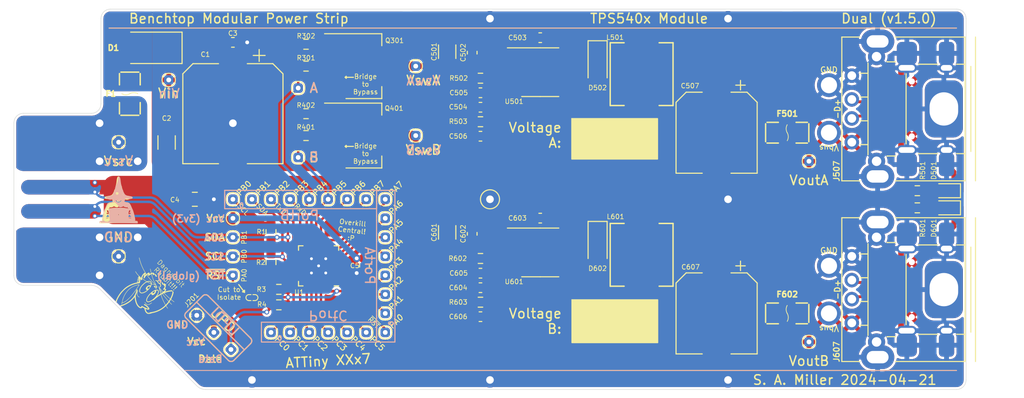
<source format=kicad_pcb>
(kicad_pcb (version 20211014) (generator pcbnew)
  (title_block (title "Benchtop Modular Power Strip") (date "2024-04-21") (rev "1.5.0") (company "S. A. Miller") (comment 1 "TPS540x Module") (comment 2 "Dual"))
  (layers (0 "F.Cu" signal) (31 "B.Cu" signal) (34 "B.Paste" user) (35 "F.Paste" user) (36 "B.SilkS" user "B.Silkscreen") (37 "F.SilkS" user "F.Silkscreen") (38 "B.Mask" user) (39 "F.Mask" user) (44 "Edge.Cuts" user))
  (net 0 "")
  (net 1 "GND")
  (net 2 "~{RESET}")
  (net 3 "Dat0")
  (net 4 "PA4")
  (net 5 "PA5")
  (net 6 "PA6")
  (net 7 "PA7")
  (net 8 "PB2")
  (net 9 "PB3")
  (net 10 "PA1")
  (net 11 "PA2")
  (net 12 "PA3")
  (net 13 "PB0")
  (net 14 "PB1")
  (net 15 "PB4")
  (net 16 "PB5")
  (net 17 "PB6")
  (net 18 "PB7")
  (net 19 "PC2")
  (net 20 "PC3")
  (net 21 "PC4")
  (net 22 "PC5")
  (net 23 "Vsrc")
  (net 24 "Vin")
  (net 25 "/Source Power Rail/Vprot")
  (net 26 "PA0")
  (net 27 "I2C-Vcc")
  (net 28 "PC0")
  (net 29 "PC1")
  (net 30 "Net-(Q301-Pad1)")
  (net 31 "VswA")
  (net 32 "Net-(Q401-Pad1)")
  (net 33 "VswB")
  (net 34 "/TPS540x-A/BOOT A")
  (net 35 "/TPS540x-A/LX")
  (net 36 "Net-(D501-Pad2)")
  (net 37 "VoutA")
  (net 50 "VoutB")
  (net 51 "Net-(D601-Pad2)")
  (net 52 "/TPS540x-A/COMP A")
  (net 53 "Net-(C505-Pad1)")
  (net 54 "Net-(C506-Pad1)")
  (net 55 "/TPS540x-B/BOOT A")
  (net 56 "/TPS540x-B/LX")
  (net 57 "/TPS540x-B/COMP A")
  (net 58 "Net-(C605-Pad1)")
  (net 59 "Net-(C606-Pad1)")
  (net 60 "/TPS540x-A/Vsense A")
  (net 61 "/TPS540x-B/Vsense A")
  (net 62 "/TPS540x-A/ROSC A")
  (net 63 "/TPS540x-B/ROSC A")
  (footprint "tinker:TestPoint_THTPad_D1.0mm_Drill0.5mm" (layer "F.Cu") (at 79 114)
    (fp_text reference "PC1")
    (fp_text value "CtrlC" hide)
  )
  (footprint "Package_TO_SOT_SMD:SOT-223-3_TabPin2" (layer "F.Cu") (at 86.7278 93.3)
    (fp_text reference "Q401")
    (fp_text value "ZXMP4A16G")
  )
  (footprint "Capacitor_SMD:C_0603_1608Metric" (layer "F.Cu") (at 99 93.3704)
    (fp_text reference "C506")
    (fp_text value "2.2nF")
  )
  (footprint "tinker:TestPoint_THTPad_D1.0mm_Drill0.5mm" (layer "F.Cu") (at 92.2 93.3)
    (fp_text reference "TP402" hide)
    (fp_text value "VswB" hide)
  )
  (footprint "Capacitor_SMD:C_0805_2012Metric" (layer "F.Cu") (at 69 100)
    (fp_text reference "C4")
    (fp_text value "4.7uF")
  )
  (footprint "Resistor_SMD:R_0603_1608Metric" (layer "F.Cu") (at 77.825 109.474)
    (fp_text reference "R3")
    (fp_text value "10k")
  )
  (footprint "LED_SMD:LED_0603_1608Metric" (layer "F.Cu") (at 147.9296 99.1 180)
    (fp_text reference "D501")
    (fp_text value "LED")
  )
  (footprint "Resistor_SMD:R_0603_1608Metric" (layer "F.Cu") (at 80.6794 86)
    (fp_text reference "R301")
    (fp_text value "100R")
  )
  (footprint "tinker:TestPoint_THTPad_D1.0mm_Drill0.5mm" (layer "F.Cu") (at 73 108)
    (fp_text reference "TP3" hide)
    (fp_text value "Dat0" hide)
  )
  (footprint "tinker:TestPoint_THTPad_D1.0mm_Drill0.5mm" (layer "F.Cu") (at 61 94)
    (fp_text reference "TP1" hide)
    (fp_text value "Vsrc" hide)
  )
  (footprint "tinker:TestPoint_THTPad_D1.0mm_Drill0.5mm" (layer "F.Cu") (at 85 114 90)
    (fp_text reference "PC4")
    (fp_text value "CtrlC" hide)
  )
  (footprint "Capacitor_SMD:C_1206_3216Metric" (layer "F.Cu") (at 95.504 84.4804 90)
    (fp_text reference "C501")
    (fp_text value "10uF")
  )
  (footprint "Capacitor_SMD:C_0603_1608Metric" (layer "F.Cu") (at 86.8172 106.9848 -90)
    (fp_text reference "C5")
    (fp_text value "100nF")
  )
  (footprint "Resistor_SMD:R_0603_1608Metric" (layer "F.Cu") (at 144.8816 100.9)
    (fp_text reference "R601")
    (fp_text value "?")
  )
  (footprint "Capacitor_SMD:CP_Elec_8x10" (layer "F.Cu") (at 123.7996 93 -90)
    (fp_text reference "C507")
    (fp_text value "330uF")
  )
  (footprint "Resistor_SMD:R_0603_1608Metric" (layer "F.Cu") (at 99 110.822 180)
    (fp_text reference "R603")
    (fp_text value "47K")
  )
  (footprint "tinker:TestPoint_THTPad_D1.0mm_Drill0.5mm" (layer "F.Cu") (at 79.8544 95.6)
    (fp_text reference "TP401" hide)
    (fp_text value "CtrlA" hide)
  )
  (footprint "tinker:TestPoint_THTPad_D1.0mm_Drill0.5mm" (layer "F.Cu") (at 81 100 90)
    (fp_text reference "PB4")
    (fp_text value "CtrlB" hide)
  )
  (footprint "tinker:F1206" (layer "F.Cu") (at 62.176 88.9 90)
    (fp_text reference "F1")
    (fp_text value "Polyfuse" hide)
  )
  (footprint "tinker:USB_A+C+XT30" (layer "F.Cu") (at 150 109.5 90)
    (fp_text reference "J607")
    (fp_text value "USB_A+C+XT30" hide)
  )
  (footprint "Capacitor_SMD:C_1206_3216Metric" (layer "F.Cu") (at 95.504 103.4796 90)
    (fp_text reference "C601")
    (fp_text value "10uF")
  )
  (footprint "Resistor_SMD:R_0603_1608Metric" (layer "F.Cu") (at 77 103.4288 -90)
    (fp_text reference "R1")
    (fp_text value "10k")
  )
  (footprint "Resistor_SMD:R_0603_1608Metric" (layer "F.Cu") (at 99 91.8464 180)
    (fp_text reference "R503")
    (fp_text value "47K")
  )
  (footprint "tinker:TestPoint_THTPad_D1.0mm_Drill0.5mm" (layer "F.Cu") (at 89 110 180)
    (fp_text reference "PA2")
    (fp_text value "CtrlA" hide)
  )
  (footprint "tinker:TestPoint_THTPad_D1.0mm_Drill0.5mm" (layer "F.Cu") (at 87 114 90)
    (fp_text reference "PC5")
    (fp_text value "CtrlC" hide)
  )
  (footprint "tinker:TestPoint_THTPad_D1.0mm_Drill0.5mm" (layer "F.Cu") (at 92.2 86)
    (fp_text reference "TP302" hide)
    (fp_text value "VswA" hide)
  )
  (footprint "tinker:TestPoint_THTPad_D1.0mm_Drill0.5mm" (layer "F.Cu") (at 133.5 96)
    (fp_text reference "TP501" hide)
    (fp_text value "Vout1" hide)
  )
  (footprint "Capacitor_SMD:C_0603_1608Metric" (layer "F.Cu") (at 99 109.298 180)
    (fp_text reference "C604")
    (fp_text value "100pF")
  )
  (footprint "Resistor_SMD:R_0603_1608Metric" (layer "F.Cu") (at 144.8816 99.1)
    (fp_text reference "R501")
    (fp_text value "?")
  )
  (footprint "Capacitor_SMD:C_0603_1608Metric" (layer "F.Cu") (at 98.1304 84.582 90)
    (fp_text reference "C502")
    (fp_text value "100nF")
  )
  (footprint "Resistor_SMD:R_0603_1608Metric" (layer "F.Cu") (at 77.825 111.0996 180)
    (fp_text reference "R4")
    (fp_text value "330R")
  )
  (footprint "Resistor_SMD:R_0603_1608Metric" (layer "F.Cu") (at 99 106.2246 180)
    (fp_text reference "R602")
    (fp_text value "100K")
  )
  (footprint "Package_SO:SOIC-8_3.9x4.9mm_P1.27mm" (layer "F.Cu") (at 105.2764 86.635)
    (fp_text reference "U501")
    (fp_text value "TPS5403")
  )
  (footprint "Capacitor_SMD:C_0603_1608Metric" (layer "F.Cu") (at 99 90.3224 180)
    (fp_text reference "C504")
    (fp_text value "100pF")
  )
  (footprint "tinker:TestPoint_THTPad_D1.0mm_Drill0.5mm" (layer "F.Cu") (at 89 106 180)
    (fp_text reference "PA4")
    (fp_text value "CtrlA" hide)
  )
  (footprint "Diode_SMD:D_SOD-123" (layer "F.Cu") (at 111.3028 104.58 -90)
    (fp_text reference "D602")
    (fp_text value "DSK24")
  )
  (footprint "tinker:tinySJ-Bridged" (layer "F.Cu") (at 75 110.3376)
    (fp_text reference "JP201" hide)
    (fp_text value "Jumper_2_Bridged" hide)
  )
  (footprint "tinker:IND-SMD_L7.1-W6.6" (layer "F.Cu") (at 115.9256 105.84 -90)
    (fp_text reference "L601")
    (fp_text value "L_Ferrite")
  )
  (footprint "Capacitor_SMD:CP_Elec_10x10" (layer "F.Cu") (at 73 91 -90)
    (fp_text reference "C1")
    (fp_text value "220uF")
  )
  (footprint "tinker:TestPoint_THTPad_D1.0mm_Drill0.5mm" (layer "F.Cu") (at 75 100 90)
    (fp_text reference "PB1")
    (fp_text value "CtrlB" hide)
  )
  (footprint "tinker:TestPoint_THTPad_D1.0mm_Drill0.5mm" (layer "F.Cu") (at 81 114 90)
    (fp_text reference "PC2")
    (fp_text value "CtrlC" hide)
  )
  (footprint "tinker:TestPoint_THTPad_D1.0mm_Drill0.5mm" (layer "F.Cu") (at 89 100 180)
    (fp_text reference "PA7")
    (fp_text value "CtrlA" hide)
  )
  (footprint "Package_DFN_QFN:QFN-24-1EP_4x4mm_P0.5mm_EP2.6x2.6mm" (layer "F.Cu") (at 82 107 180)
    (fp_text reference "U1")
    (fp_text value "ATtiny1617")
  )
  (footprint "tinker:NerdMage" (layer "F.Cu") (at 61 100)
    (fp_text reference "G***" hide)
    (fp_text value "LOGO" hide)
  )
  (footprint "tinker:TestPoint_THTPad_D1.0mm_Drill0.5mm" (layer "F.Cu") (at 77 114)
    (fp_text reference "PC0")
    (fp_text value "CtrlC" hide)
  )
  (footprint "tinker:TestPoint_THTPad_D1.0mm_Drill0.5mm" (layer "F.Cu") (at 66.262 87.45)
    (fp_text reference "TP2" hide)
    (fp_text value "Vin" hide)
  )
  (footprint "tinker:TestPoint_THTPad_D1.0mm_Drill0.5mm" (layer "F.Cu") (at 83 100 90)
    (fp_text reference "PB5")
    (fp_text value "CtrlB" hide)
  )
  (footprint "tinker:TestPoint_THTPad_D1.0mm_Drill0.5mm" (layer "F.Cu") (at 61 106)
    (fp_text reference "TP7" hide)
    (fp_text value "GND" hide)
  )
  (footprint "Capacitor_SMD:C_1206_3216Metric" (layer "F.Cu") (at 66.04 94.0308 -90)
    (fp_text reference "C2")
    (fp_text value "10uF")
  )
  (footprint "tinker:DagNabbit" (layer "F.Cu") (at 64.1016 109.72 135)
    (fp_text reference "REF**" hide)
    (fp_text value "DagNabbit" hide)
  )
  (footprint "Diode_SMD:D_SOD-123" (layer "F.Cu") (at 111.3028 85.58 -90)
    (fp_text reference "D502")
    (fp_text value "DSK24")
  )
  (footprint "Capacitor_SMD:C_0603_1608Metric" (layer "F.Cu") (at 99 107.774 180)
    (fp_text reference "C605")
    (fp_text value "10nF")
  )
  (footprint "Resistor_SMD:R_0603_1608Metric" (layer "F.Cu") (at 99 87.27 180)
    (fp_text reference "R502")
    (fp_text value "100K")
  )
  (footprint "Capacitor_SMD:C_0603_1608Metric" (layer "F.Cu") (at 105.2764 101.9828)
    (fp_text reference "C603")
    (fp_text value "100nF")
  )
  (footprint "Package_TO_SOT_SMD:SOT-223-3_TabPin2" (layer "F.Cu") (at 86.7278 86)
    (fp_text reference "Q301")
    (fp_text value "ZXMP4A16G")
  )
  (footprint "tinker:TestPoint_THTPad_D1.0mm_Drill0.5mm" (layer "F.Cu") (at 79.8544 88.3)
    (fp_text reference "TP301" hide)
    (fp_text value "CtrlA" hide)
  )
  (footprint "tinker:TestPoint_THTPad_D1.0mm_Drill0.5mm" (layer "F.Cu") (at 89 102 180)
    (fp_text reference "PA6")
    (fp_text value "CtrlA" hide)
  )
  (footprint "Capacitor_SMD:C_0603_1608Metric" (layer "F.Cu") (at 105.2764 83.0072)
    (fp_text reference "C503")
    (fp_text value "100nF")
  )
  (footprint "tinker:TestPoint_THTPad_D1.0mm_Drill0.5mm" (layer "F.Cu") (at 89 112 180)
    (fp_text reference "PA1")
    (fp_text value "CtrlA" hide)
  )
  (footprint "Capacitor_SMD:C_0603_1608Metric" (layer "F.Cu") (at 99 112.346)
    (fp_text reference "C606")
    (fp_text value "2.2nF")
  )
  (footprint "Capacitor_SMD:C_0603_1608Metric" (layer "F.Cu") (at 99 88.7984 180)
    (fp_text reference "C505")
    (fp_text value "10nF")
  )
  (footprint "Capacitor_SMD:C_0603_1608Metric" (layer "F.Cu") (at 98.1304 103.632 90)
    (fp_text reference "C602")
    (fp_text value "100nF")
  )
  (footprint "Resistor_SMD:R_0603_1608Metric" (layer "F.Cu") (at 80.6794 91)
    (fp_text reference "R402")
    (fp_text value "10k")
  )
  (footprint "tinker:IND-SMD_L7.1-W6.6" (layer "F.Cu") (at 115.9256 86.84 -90)
    (fp_text reference "L501")
    (fp_text value "L_Ferrite")
  )
  (footprint "tinker:USB_A+C+XT30" (layer "F.Cu") (at 150 90.5 90)
    (fp_text reference "J507")
    (fp_text value "USB_A+C+XT30" hide)
  )
  (footprint "tinker:F1206" (layer "F.Cu") (at 131.2164 112)
    (fp_text reference "F602")
    (fp_text value "Polyfuse" hide)
  )
  (footprint "tinker:F1206" (layer "F.Cu") (at 131.2164 93)
    (fp_text reference "F501")
    (fp_text value "Polyfuse" hide)
  )
  (footprint "tinker:TestPoint_THTPad_D1.0mm_Drill0.5mm" (layer "F.Cu") (at 77 100 90)
    (fp_text reference "PB2")
    (fp_text value "CtrlB" hide)
  )
  (footprint "tinker:TestPoint_THTPad_D1.0mm_Drill0.5mm" (layer "F.Cu") (at 73 106)
    (fp_text reference "TP6" hide)
    (fp_text value "Dat3" hide)
  )
  (footprint "tinker:TestPoint_THTPad_D1.0mm_Drill0.5mm" (layer "F.Cu") (at 133.5 115)
    (fp_text reference "TP601" hide)
    (fp_text value "Vout1" hide)
  )
  (footprint "Capacitor_SMD:CP_Elec_8x10" (layer "F.Cu") (at 123.7996 112 -90)
    (fp_text reference "C607")
    (fp_text value "330uF")
  )
  (footprint "Resistor_SMD:R_0603_1608Metric" (layer "F.Cu") (at 77 106.6292 90)
    (fp_text reference "R2")
    (fp_text value "10k")
  )
  (footprint "tinker:TestPoint_THTPad_D1.0mm_Drill0.5mm" (layer "F.Cu") (at 89 104 180)
    (fp_text reference "PA5")
    (fp_text value "CtrlA" hide)
  )
  (footprint "tinker:TestPoint_THTPad_D1.0mm_Drill0.5mm" (layer "F.Cu") (at 87 100 90)
    (fp_text reference "PB7")
    (fp_text value "CtrlB" hide)
  )
  (footprint "tinker:TestPoint_THTPad_D1.0mm_Drill0.5mm" (layer "F.Cu") (at 73 100 90)
    (fp_text reference "PB0")
    (fp_text value "CtrlB" hide)
  )
  (footprint "Resistor_SMD:R_0603_1608Metric" (layer "F.Cu") (at 80.6794 83.7)
    (fp_text reference "R302")
    (fp_text value "10k")
  )
  (footprint "Diode_SMD:D_SMA" (layer "F.Cu") (at 64.262 84.074 180)
    (fp_text reference "D1")
    (fp_text value "D_Schottky")
  )
  (footprint "tinker:TestPoint_THTPad_D1.0mm_Drill0.5mm" (layer "F.Cu") (at 79 100 90)
    (fp_text reference "PB3")
    (fp_text value "CtrlB" hide)
  )
  (footprint "Capacitor_SMD:C_0603_1608Metric" (layer "F.Cu") (at 73 83.5)
    (fp_text reference "C3")
    (fp_text value "100nF")
  )
  (footprint "Resistor_SMD:R_0603_1608Metric" (layer "F.Cu") (at 80.6794 93.3)
    (fp_text reference "R401")
    (fp_text value "100R")
  )
  (footprint "tinker:TestPoint_THTPad_D1.0mm_Drill0.5mm" (layer "F.Cu") (at 83 114 90)
    (fp_text reference "PC3")
    (fp_text value "CtrlC" hide)
  )
  (footprint "tinker:TestPoint_THTPad_D1.0mm_Drill0.5mm" (layer "F.Cu") (at 89 108 180)
    (fp_text reference "PA3")
    (fp_text value "CtrlA" hide)
  )
  (footprint "LED_SMD:LED_0603_1608Metric" (layer "F.Cu") (at 147.9296 100.9 180)
    (fp_text reference "D601")
    (fp_text value "LED")
  )
  (footprint "tinker:UPDI_connection" (layer "F.Cu") (at 71 114 -45)
    (fp_text reference "J201")
    (fp_text value "UPDI Connection" hide)
  )
  (footprint "tinker:TestPoint_THTPad_D1.0mm_Drill0.5mm" (layer "F.Cu") (at 89 114 180)
    (fp_text reference "PA0")
    (fp_text value "CtrlA" hide)
  )
  (footprint "tinker:TestPoint_THTPad_D1.0mm_Drill0.5mm" (layer "F.Cu") (at 73 102)
    (fp_text reference "TP4" hide)
    (fp_text value "Dat1" hide)
  )
  (footprint "tinker:TestPoint_THTPad_D1.0mm_Drill0.5mm" (layer "F.Cu") (at 73 104)
    (fp_text reference "TP5" hide)
    (fp_text value "Dat2" hide)
  )
  (footprint "tinker:TestPoint_THTPad_D1.0mm_Drill0.5mm" (layer "F.Cu") (at 85 100 90)
    (fp_text reference "PB6")
    (fp_text value "CtrlB" hide)
  )
  (footprint "Package_SO:SOIC-8_3.9x4.9mm_P1.27mm" (layer "F.Cu") (at 105.2764 105.5896)
    (fp_text reference "U601")
    (fp_text value "TPS5403")
  )
  (footprint "tinker:NerdMage" (layer "B.Cu") (at 61 100 180)
    (fp_text reference "G***" hide)
    (fp_text value "LOGO" hide)
  )
  (gr_line (start 68 118) (end 149 118) (layer "B.SilkS") (width 0.1))
  (gr_rect (start 72.136 99.06) (end 88.0872 100.9904) (layer "B.SilkS") (width 0.12) (fill none))
  (gr_line (start 60 82) (end 149 82) (layer "B.SilkS") (width 0.1))
  (gr_rect (start 88.0872 115.0112) (end 75.9968 112.9284) (layer "B.SilkS") (width 0.12) (fill none))
  (gr_rect (start 88.0872 99.06) (end 90.0176 115.0112) (layer "B.SilkS") (width 0.12) (fill none))
  (gr_line (start 84.7942 94.4372) (end 84.8958 94.3356) (layer "F.SilkS") (width 0.12))
  (gr_line (start 84.8958 94.5388) (end 84.7942 94.4372) (layer "F.SilkS") (width 0.12))
  (gr_line (start 84.7942 87.1728) (end 84.8958 87.0712) (layer "F.SilkS") (width 0.12))
  (gr_rect (start 108.6104 110.5742) (end 117.6104 115.0742) (layer "F.SilkS") (width 0.12) (fill solid))
  (gr_line (start 73.6108 108.966) (end 74.2204 109.7788) (layer "F.SilkS") (width 0.12))
  (gr_line (start 85.6578 87.1728) (end 84.7942 87.1728) (layer "F.SilkS") (width 0.12))
  (gr_line (start 85.6578 94.4372) (end 84.7942 94.4372) (layer "F.SilkS") (width 0.12))
  (gr_line (start 84.8958 87.0712) (end 84.8958 87.2744) (layer "F.SilkS") (width 0.12))
  (gr_line (start 60 82) (end 149 82) (layer "F.SilkS") (width 0.1))
  (gr_line (start 75 118) (end 149 118) (layer "F.SilkS") (width 0.1))
  (gr_line (start 74.0172 109.728) (end 74.2204 109.7788) (layer "F.SilkS") (width 0.12))
  (gr_line (start 84.8958 87.2744) (end 84.7942 87.1728) (layer "F.SilkS") (width 0.12))
  (gr_line (start 74.2204 109.7788) (end 74.2204 109.5756) (layer "F.SilkS") (width 0.12))
  (gr_rect (start 108.5944 91.5188) (end 117.5944 95.7688) (layer "F.SilkS") (width 0.12) (fill solid))
  (gr_line (start 84.8958 94.3356) (end 84.8958 94.5388) (layer "F.SilkS") (width 0.12))
  (gr_circle (center 100 100) (end 101 100) (layer "F.SilkS") (width 0.12) (fill none))
  (gr_line (start 74.2204 109.5756) (end 74.0172 109.728) (layer "F.SilkS") (width 0.12))
  (gr_line (start 59.144 109.548) (end 69.144 119.548) (layer "Edge.Cuts") (width 0.05))
  (gr_arc (start 149 80) (mid 149.707107 80.292893) (end 150 81) (layer "Edge.Cuts") (width 0.05))
  (gr_arc (start 50 91.96) (mid 50.292893 91.252893) (end 51 90.96) (layer "Edge.Cuts") (width 0.05))
  (gr_line (start 50 108.04) (end 50 91.96) (layer "Edge.Cuts") (width 0.05))
  (gr_line (start 60.144 80) (end 149 80) (layer "Edge.Cuts") (width 0.05))
  (gr_arc (start 58.144 109.04) (mid 58.694524 109.194544) (end 59.144 109.548) (layer "Edge.Cuts") (width 0.05))
  (gr_line (start 59.144 81) (end 59.144 89.96) (layer "Edge.Cuts") (width 0.05))
  (gr_arc (start 59.144 81) (mid 59.436893 80.292893) (end 60.144 80) (layer "Edge.Cuts") (width 0.05))
  (gr_arc (start 150 119) (mid 149.707107 119.707107) (end 149 120) (layer "Edge.Cuts") (width 0.05))
  (gr_arc (start 70.144 120) (mid 69.594859 119.882718) (end 69.144 119.548) (layer "Edge.Cuts") (width 0.05))
  (gr_line (start 150 119) (end 150 81) (layer "Edge.Cuts") (width 0.05))
  (gr_line (start 51 90.96) (end 58.144 90.96) (layer "Edge.Cuts") (width 0.05))
  (gr_arc (start 51 109.04) (mid 50.292893 108.747107) (end 50 108.04) (layer "Edge.Cuts") (width 0.05))
  (gr_arc (start 59.144 89.96) (mid 58.851107 90.667107) (end 58.144 90.96) (layer "Edge.Cuts") (width 0.05))
  (gr_line (start 58.144 109.04) (end 51 109.04) (layer "Edge.Cuts") (width 0.05))
  (gr_line (start 149 120) (end 70.144 120) (layer "Edge.Cuts") (width 0.05))
  (gr_text "Vcc (3v3)" (at 72.194 102.0516) (layer "B.SilkS") (effects (font (size 0.75 0.75)) (justify left mirror)))
  (gr_text "B" (at 81.4832 95.5548) (layer "B.SilkS") (effects (font (size 1 1)) (justify mirror)))
  (gr_text "PortA" (at 87.376 106.9848 270) (layer "B.SilkS") (effects (font (size 1 1)) (justify mirror)))
  (gr_text "0" (at 73.914 100.6348) (layer "B.SilkS") (effects (font (size 0.5 0.5) (thickness 0.1)) (justify mirror)))
  (gr_text "0" (at 89.6112 113.03 90) (layer "B.SilkS") (effects (font (size 0.5 0.5) (thickness 0.1)) (justify mirror)))
  (gr_text "VswA" (at 93.0148 87.5284) (layer "B.SilkS") (effects (font (size 1 1)) (justify mirror)))
  (gr_text "GND" (at 60.96 103.9876) (layer "B.SilkS") (effects (font (size 1 1)) (justify mirror)))
  (gr_text "SDA" (at 72.194 104.0516) (layer "B.SilkS") (effects (font (size 0.75 0.75)) (justify left mirror)))
  (gr_text "Vin" (at 66.294 88.9) (layer "B.SilkS") (effects (font (size 1 1)) (justify mirror)))
  (gr_text "PortC" (at 83.0072 112.2172 180) (layer "B.SilkS") (effects (font (size 1 1)) (justify mirror)))
  (gr_text "PortB" (at 80.01 101.7016) (layer "B.SilkS") (effects (font (size 1 1)) (justify mirror)))
  (gr_text "VswB" (at 93.0148 94.8436) (layer "B.SilkS") (effects (font (size 1 1)) (justify mirror)))
  (gr_text "0" (at 77.9272 114.6048) (layer "B.SilkS") (effects (font (size 0.5 0.5) (thickness 0.1)) (justify mirror)))
  (gr_text "SCL" (at 72.194 106.0516) (layer "B.SilkS") (effects (font (size 0.75 0.75)) (justify left mirror)))
  (gr_text "A" (at 81.4832 88.2904) (layer "B.SilkS") (effects (font (size 1 1)) (justify mirror)))
  (gr_text "~{RST} (global)" (at 72.2376 108.0516) (layer "B.SilkS") (effects (font (size 0.75 0.75)) (justify left mirror)))
  (gr_text "Vsrc" (at 60.96 95.9612) (layer "B.SilkS") (effects (font (size 1 1)) (justify mirror)))
  (gr_text "${TITLE}" (at 62 81) (layer "F.SilkS") (effects (font (size 1 1)) (justify left)))
  (gr_text "${COMMENT2} (v${REVISION})" (at 147 81) (layer "F.SilkS") (effects (font (size 1 1)) (justify right)))
  (gr_text "~{RST}" (at 72.3 108) (layer "F.SilkS") (effects (font (size 0.75 0.75)) (justify right)))
  (gr_text "Vin" (at 66.262 88.8492) (layer "F.SilkS") (effects (font (size 1 1))))
  (gr_text "${COMMENT1}" (at 123 81) (layer "F.SilkS") (effects (font (size 1 1)) (justify right)))
  (gr_text "SCL" (at 72.2564 106) (layer "F.SilkS") (effects (font (size 0.75 0.75)) (justify right)))
  (gr_text "RxD" (at 79.55 100.55 315) (layer "F.SilkS") (effects (font (size 0.5 0.5) (thickness 0.075)) (justify left)))
  (gr_text "B" (at 81.5044 95.6) (layer "F.SilkS") (effects (font (size 1 1))))
  (gr_text "Vcc" (at 72.2564 102) (layer "F.SilkS") (effects (font (size 0.75 0.75)) (justify right)))
  (gr_text "TxD" (at 77.55 100.55 315) (layer "F.SilkS") (effects (font (size 0.5 0.5) (thickness 0.075)) (justify left)))
  (gr_text "PB1" (at 74.1868 104 90) (layer "F.SilkS") (effects (font (size 0.5 0.5) (thickness 0.075))))
  (gr_text "SDA" (at 72.2564 104) (layer "F.SilkS") (effects (font (size 0.75 0.75)) (justify right)))
  (gr_text "Overkill\nCentral!\n:P" (at 85.4964 103.2764 -6.282) (layer "F.SilkS") (effects (font (size 0.5 0.5) (thickness 0.075))))
  (gr_text "Vsrc" (at 61 96) (layer "F.SilkS") (effects (font (size 1 1))))
  (gr_text "ATTiny XXx7" (at 83 117 3.141) (layer "F.SilkS") (effects (font (size 1 1))))
  (gr_text "Bridge\nto\nBypass" (at 86.9278 95.2) (layer "F.SilkS") (effects (font (size 0.5 0.5) (thickness 0.075))))
  (gr_text "Bridge\nto\nBypass" (at 86.9278 87.9) (layer "F.SilkS") (effects (font (size 0.5 0.5) (thickness 0.075))))
  (gr_text "Cut to\nIsolate" (at 72.6 109.9) (layer "F.SilkS") (effects (font (size 0.5 0.5) (thickness 0.075))))
  (gr_text "VswB" (at 93 94.8) (layer "F.SilkS") (effects (font (size 1 1))))
  (gr_text "A" (at 81.5044 88.3) (layer "F.SilkS") (effects (font (size 1 1))))
  (gr_text "Voltage\nB:" (at 107.6104 112.8242) (layer "F.SilkS") (effects (font (size 1 1)) (justify right)))
  (gr_text "SCL" (at 73.55 100.55 315) (layer "F.SilkS") (effects (font (size 0.5 0.5) (thickness 0.075)) (justify left)))
  (gr_text "VoutB" (at 133.5 117) (layer "F.SilkS") (effects (font (size 1 1))))
  (gr_text "VswA" (at 93 87.5) (layer "F.SilkS") (effects (font (size 1 1))))
  (gr_text "Voltage\nA:" (at 107.5944 93.2688) (layer "F.SilkS") (effects (font (size 1 1)) (justify right)))
  (gr_text "PA0" (at 74.1868 108 90) (layer "F.SilkS") (effects (font (size 0.5 0.5) (thickness 0.075))))
  (gr_text "${COMPANY} ${ISSUE_DATE}" (at 147 119) (layer "F.SilkS") (effects (font (size 1 1)) (justify right)))
  (gr_text "VoutA" (at 133.5 98) (layer "F.SilkS") (effects (font (size 1 1))))
  (gr_text "SDA" (at 75.55 100.55 315) (layer "F.SilkS") (effects (font (size 0.5 0.5) (thickness 0.075)) (justify left)))
  (gr_text "GND" (at 61 104) (layer "F.SilkS") (effects (font (size 1 1))))
  (gr_text "~{RST}" (at 88.3 113.5 -45) (layer "F.SilkS") (effects (font (size 0.5 0.5) (thickness 0.075)) (justify right)))
  (gr_text "PB0" (at 74.1868 106 90) (layer "F.SilkS") (effects (font (size 0.5 0.5) (thickness 0.075))))
  (segment (start 73 92) (end 73 95) (width 0.5) (layer "F.Cu") (net 1))
  (segment (start 84.932549 107.613353) (end 84.715642 107.396446) (width 0.25) (layer "F.Cu") (net 1))
  (segment (start 86 107.7598) (end 85.286103 107.7598) (width 0.25) (layer "F.Cu") (net 1))
  (segment (start 74.5 83.5) (end 73.775 83.5) (width 0.5) (layer "F.Cu") (net 1))
  (segment (start 71 100) (end 69.95 100) (width 0.5) (layer "F.Cu") (net 1))
  (segment (start 86.8172 107.7598) (end 86 107.7598) (width 0.5) (layer "F.Cu") (net 1))
  (segment (start 72.4942 95.5058) (end 73 95) (width 0.5) (layer "F.Cu") (net 1))
  (segment (start 82.25 107.25) (end 82 107) (width 0.25) (layer "F.Cu") (net 1))
  (segment (start 83.9375 107.25) (end 82.25 107.25) (width 0.25) (layer "F.Cu") (net 1))
  (segment (start 148.7171 99.1) (end 148.7171 97.115433) (width 0.5) (layer "F.Cu") (net 1))
  (segment (start 148.7171 102.884567) (end 147.948632 103.653035) (width 0.5) (layer "F.Cu") (net 1))
  (segment (start 66.04 95.5058) (end 72.4942 95.5058) (width 0.5) (layer "F.Cu") (net 1))
  (segment (start 84.362089 107.25) (end 83.9375 107.25) (width 0.25) (layer "F.Cu") (net 1))
  (segment (start 148.7171 97.115433) (end 147.948632 96.346965) (width 0.5) (layer "F.Cu") (net 1))
  (segment (start 148.7171 100.9) (end 148.7171 102.884567) (width 0.5) (layer "F.Cu") (net 1))
  (via (at 82.75 107.75) (size 0.5) (drill 0.3) (layers "F.Cu" "B.Cu") (net 1))
  (via (at 75 119) (size 1.6) (drill 0.8) (layers "F.Cu" "B.Cu") (net 1))
  (via (at 86 107.7598) (size 0.8) (drill 0.4) (layers "F.Cu" "B.Cu") (net 1))
  (via (at 73 92) (size 1.6) (drill 0.8) (layers "F.Cu" "B.Cu") (net 1))
  (via (at 82 107) (size 0.5) (drill 0.3) (layers "F.Cu" "B.Cu") (net 1))
  (via (at 63 104) (size 1.6) (drill 0.8) (layers "F.Cu" "B.Cu") (net 1))
  (via (at 82.75 106.25) (size 0.5) (drill 0.3) (layers "F.Cu" "B.Cu") (net 1))
  (via (at 81.25 107.75) (size 0.5) (drill 0.3) (layers "F.Cu" "B.Cu") (net 1))
  (via (at 74.5 83.5) (size 0.8) (drill 0.4) (layers "F.Cu" "B.Cu") (net 1))
  (via (at 71 100) (size 0.8) (drill 0.4) (layers "F.Cu" "B.Cu") (net 1))
  (via (at 125 81) (size 1.6) (drill 0.8) (layers "F.Cu" "B.Cu") (net 1))
  (via (at 100 119) (size 1.6) (drill 0.8) (layers "F.Cu" "B.Cu") (net 1))
  (via (at 59 104) (size 1.6) (drill 0.8) (layers "F.Cu" "B.Cu") (net 1))
  (via (at 59 108) (size 1.6) (drill 0.8) (layers "F.Cu" "B.Cu") (net 1))
  (via (at 81.25 106.25) (size 0.5) (drill 0.3) (layers "F.Cu" "B.Cu") (net 1))
  (via (at 100 100) (size 1.6) (drill 0.8) (layers "F.Cu" "B.Cu") (net 1))
  (via (at 100 81) (size 1.6) (drill 0.8) (layers "F.Cu" "B.Cu") (net 1))
  (via (at 125 119) (size 1.6) (drill 0.8) (layers "F.Cu" "B.Cu") (net 1))
  (via (at 125 100) (size 1.6) (drill 0.8) (layers "F.Cu" "B.Cu") (net 1))
  (arc (start 84.932549 107.613353) (mid 85.094761 107.72174) (end 85.286103 107.7598) (width 0.25) (layer "F.Cu") (net 1))
  (arc (start 84.715642 107.396446) (mid 84.55343 107.28806) (end 84.362089 107.25) (width 0.25) (layer "F.Cu") (net 1))
  (segment (start 76.555 111.8616) (end 77 111.4166) (width 0.25) (layer "F.Cu") (net 2))
  (segment (start 77 111.4166) (end 77 111.0996) (width 0.25) (layer "F.Cu") (net 2))
  (via (at 76.555 111.8616) (size 0.5) (drill 0.3) (layers "F.Cu" "B.Cu") (net 2))
  (segment (start 76.555 111.8616) (end 76.553073 111.863527) (width 0.25) (layer "B.Cu") (net 2))
  (segment (start 73.621107 112.154493) (end 73.088944 112.686656) (width 0.25) (layer "B.Cu") (net 2))
  (segment (start 76.553073 111.863527) (end 74.229912 111.863527) (width 0.25) (layer "B.Cu") (net 2))
  (segment (start 72.796051 113.393763) (end 72.796051 115.796051) (width 0.25) (layer "B.Cu") (net 2))
  (arc (start 74.229912 111.863527) (mid 73.90066 111.957614) (end 73.621107 112.154493) (width 0.25) (layer "B.Cu") (net 2))
  (arc (start 73.088944 112.686656) (mid 72.872171 113.01108) (end 72.796051 113.393763) (width 0.25) (layer "B.Cu") (net 2))
  (segment (start 73.462753 110.191153) (end 73.146446 109.874846) (width 0.25) (layer "F.Cu") (net 3))
  (segment (start 73 109.521293) (end 73 108) (width 0.25) (layer "F.Cu") (net 3))
  (segment (start 73.816307 110.3376) (end 74.4892 110.3376) (width 0.25) (layer "F.Cu") (net 3))
  (via (at 58.5 101.76) (size 0.5) (drill 0.3) (layers "F.Cu" "B.Cu") (net 3))
  (arc (start 73 109.521293) (mid 73.03806 109.712634) (end 73.146446 109.874846) (width 0.25) (layer "F.Cu") (net 3))
  (arc (start 73.816307 110.3376) (mid 73.624965 110.29954) (end 73.462753 110.191153) (width 0.25) (layer "F.Cu") (net 3))
  (segment (start 70.470707 107.707107) (end 64.816493 102.052893) (width 0.25) (layer "B.Cu") (net 3))
  (segment (start 64.109386 101.76) (end 58.5 101.76) (width 0.25) (layer "B.Cu") (net 3))
  (segment (start 73 108) (end 71.177814 108) (width 0.25) (layer "B.Cu") (net 3))
  (arc (start 64.109386 101.76) (mid 64.492069 101.83612) (end 64.816493 102.052893) (width 0.25) (layer "B.Cu") (net 3))
  (arc (start 71.177814 108) (mid 70.795131 107.92388) (end 70.470707 107.707107) (width 0.25) (layer "B.Cu") (net 3))
  (segment (start 86.198008 104.45) (end 86.7612 104.45) (width 0.25) (layer "F.Cu") (net 4))
  (segment (start 83.9375 106.25) (end 84.398008 106.25) (width 0.25) (layer "F.Cu") (net 4))
  (segment (start 84.398008 106.25) (end 86.198008 104.45) (width 0.25) (layer "F.Cu") (net 4))
  (segment (start 87.45 104.45) (end 86.7612 104.45) (width 0.25) (layer "F.Cu") (net 4))
  (segment (start 89 106) (end 87.45 104.45) (width 0.25) (layer "F.Cu") (net 4))
  (segment (start 84.261612 105.75) (end 86.011612 104) (width 0.25) (layer "F.Cu") (net 5))
  (segment (start 86.3984 104) (end 89 104) (width 0.25) (layer "F.Cu") (net 5))
  (segment (start 86.011612 104) (end 86.3984 104) (width 0.25) (layer "F.Cu") (net 5))
  (segment (start 83.9375 105.75) (end 84.261612 105.75) (width 0.25) (layer "F.Cu") (net 5))
  (segment (start 84.312716 105.0625) (end 85.825216 103.55) (width 0.25) (layer "F.Cu") (net 6))
  (segment (start 85.825216 103.55) (end 86.2896 103.55) (width 0.25) (layer "F.Cu") (net 6))
  (segment (start 83.25 105.0625) (end 84.312716 105.0625) (width 0.25) (layer "F.Cu") (net 6))
  (segment (start 89 102) (end 87.45 103.55) (width 0.25) (layer "F.Cu") (net 6))
  (segment (start 87.45 103.55) (end 86.2896 103.55) (width 0.25) (layer "F.Cu") (net 6))
  (segment (start 82.75 104.601992) (end 83.059592 104.2924) (width 0.25) (layer "F.Cu") (net 7))
  (segment (start 84.44642 104.2924) (end 85.63882 103.1) (width 0.25) (layer "F.Cu") (net 7))
  (segment (start 87.9856 101.346) (end 89 100.3316) (width 0.25) (layer "F.Cu") (net 7))
  (segment (start 87.263604 103.1) (end 87.9856 102.378004) (width 0.25) (layer "F.Cu") (net 7))
  (segment (start 85.63882 103.1) (end 87.263604 103.1) (width 0.25) (layer "F.Cu") (net 7))
  (segment (start 89 100.3316) (end 89 100) (width 0.25) (layer "F.Cu") (net 7))
  (segment (start 83.059592 104.2924) (end 84.44642 104.2924) (width 0.25) (layer "F.Cu") (net 7))
  (segment (start 87.9856 102.378004) (end 87.9856 101.346) (width 0.25) (layer "F.Cu") (net 7))
  (segment (start 82.75 105.0625) (end 82.75 104.601992) (width 0.25) (layer "F.Cu") (net 7))
  (segment (start 79.325 105.973008) (end 79.601992 106.25) (width 0.25) (layer "F.Cu") (net 8))
  (segment (start 79.3496 105.3592) (end 79.325 105.3838) (width 0.25) (layer "F.Cu") (net 8))
  (segment (start 79.325 105.3838) (end 79.325 105.973008) (width 0.25) (layer "F.Cu") (net 8))
  (segment (start 79.601992 106.25) (end 80.0625 106.25) (width 0.25) (layer "F.Cu") (net 8))
  (segment (start 77 100) (end 79.3496 102.3496) (width 0.25) (layer "F.Cu") (net 8))
  (segment (start 79.3496 102.3496) (end 79.3496 105.3592) (width 0.25) (layer "F.Cu") (net 8))
  (segment (start 80.0625 101.062499) (end 79 99.999999) (width 0.25) (layer "F.Cu") (net 9))
  (segment (start 80.0625 105.75) (end 80.0625 101.062499) (width 0.25) (layer "F.Cu") (net 9))
  (segment (start 87.45 110.45) (end 86.9804 110.45) (width 0.25) (layer "F.Cu") (net 10))
  (segment (start 85.860008 110.45) (end 86.9804 110.45) (width 0.25) (layer "F.Cu") (net 10))
  (segment (start 89 112) (end 87.45 110.45) (width 0.25) (layer "F.Cu") (net 10))
  (segment (start 83.25 108.9375) (end 84.347508 108.9375) (width 0.25) (layer "F.Cu") (net 10))
  (segment (start 84.347508 108.9375) (end 85.860008 110.45) (width 0.25) (layer "F.Cu") (net 10))
  (segment (start 86.046404 110) (end 86.886 110) (width 0.25) (layer "F.Cu") (net 11))
  (segment (start 89 110) (end 86.886 110) (width 0.25) (layer "F.Cu") (net 11))
  (segment (start 84.296404 108.25) (end 86.046404 110) (width 0.25) (layer "F.Cu") (net 11))
  (segment (start 83.9375 108.25) (end 84.296404 108.25) (width 0.25) (layer "F.Cu") (net 11))
  (segment (start 87.526 109.474) (end 86.1568 109.474) (width 0.25) (layer "F.Cu") (net 12))
  (segment (start 83.9375 107.75) (end 84.4328 107.75) (width 0.25) (layer "F.Cu") (net 12))
  (segment (start 84.4328 107.75) (end 86.1568 109.474) (width 0.25) (layer "F.Cu") (net 12))
  (segment (start 89 108) (end 87.526 109.474) (width 0.25) (layer "F.Cu") (net 12))
  (segment (start 77.167608 101.4404) (end 78.2001 102.472892) (width 0.25) (layer "F.Cu") (net 13))
  (segment (start 73.8888 100.8888) (end 73 100) (width 0.25) (layer "F.Cu") (net 13))
  (segment (start 77.2343 106.0385) (end 77 105.8042) (width 0.25) (layer "F.Cu") (net 13))
  (segment (start 75.345202 100.981598) (end 75.804004 101.4404) (width 0.25) (layer "F.Cu") (net 13))
  (segment (start 73 100) (end 73.981598 100.981598) (width 0.25) (layer "F.Cu") (net 13))
  (segment (start 78.2001 102.472892) (end 78.2001 106.1209) (width 0.25) (layer "F.Cu") (net 13))
  (segment (start 78.2001 106.0385) (end 77.2343 106.0385) (width 0.25) (layer "F.Cu") (net 13))
  (segment (start 78.2001 106.1209) (end 79.3292 107.25) (width 0.25) (layer "F.Cu") (net 13))
  (segment (start 79.3292 107.25) (end 80.0625 107.25) (width 0.25) (layer "F.Cu") (net 13))
  (segment (start 75.804004 101.4404) (end 77.167608 101.4404) (width 0.25) (layer "F.Cu") (net 13))
  (segment (start 73.981598 100.981598) (end 75.345202 100.981598) (width 0.25) (layer "F.Cu") (net 13))
  (via (at 78.2001 106.0385) (size 0.5) (drill 0.3) (layers "F.Cu" "B.Cu") (net 13))
  (via (at 58.5 100.76) (size 0.5) (drill 0.3) (layers "F.Cu" "B.Cu") (net 13))
  (segment (start 69.967911 105.707107) (end 64.825697 100.564893) (width 0.25) (layer "B.Cu") (net 13))
  (segment (start 64.11859 100.272) (end 59.402214 100.272) (width 0.25) (layer "B.Cu") (net 13))
  (segment (start 73 106) (end 78.1616 106) (width 0.25) (layer "B.Cu") (net 13))
  (segment (start 58.695107 100.564893) (end 58.5 100.76) (width 0.25) (layer "B.Cu") (net 13))
  (segment (start 78.1616 106) (end 78.2001 106.0385) (width 0.25) (layer "B.Cu") (net 13))
  (segment (start 73 106) (end 70.675018 106) (width 0.25) (layer "B.Cu") (net 13))
  (arc (start 58.695107 100.564893) (mid 59.01953 100.34812) (end 59.402214 100.272) (width 0.25) (layer "B.Cu") (net 13))
  (arc (start 69.967911 105.707107) (mid 70.292334 105.92388) (end 70.675018 106) (width 0.25) (layer "B.Cu") (net 13))
  (arc (start 64.825697 100.564893) (mid 64.501274 100.34812) (end 64.11859 100.272) (width 0.25) (layer "B.Cu") (net 13))
  (segment (start 79.465596 106.75) (end 80.0625 106.75) (width 0.25) (layer "F.Cu") (net 14))
  (segment (start 78.7751 103.9876) (end 78.7751 102.411496) (width 0.25) (layer "F.Cu") (net 14))
  (segment (start 77.354004 100.9904) (end 75.9904 100.9904) (width 0.25) (layer "F.Cu") (net 14))
  (segment (start 77.6256 104) (end 77.2538 104) (width 0.25) (layer "F.Cu") (net 14))
  (segment (start 75.9904 100.9904) (end 74.999999 100) (width 0.25) (layer "F.Cu") (net 14))
  (segment (start 78.7751 106.059504) (end 79.465596 106.75) (width 0.25) (layer "F.Cu") (net 14))
  (segment (start 78.7751 102.411496) (end 77.354004 100.9904) (width 0.25) (layer "F.Cu") (net 14))
  (segment (start 78.7751 103.9876) (end 78.7751 106.059504) (width 0.25) (layer "F.Cu") (net 14))
  (segment (start 77.2538 104) (end 77 104.2538) (width 0.25) (layer "F.Cu") (net 14))
  (via (at 77.6256 104) (size 0.5) (drill 0.3) (layers "F.Cu" "B.Cu") (net 14))
  (via (at 58.5 99.24) (size 0.5) (drill 0.3) (layers "F.Cu" "B.Cu") (net 14))
  (via (at 78.7751 103.9876) (size 0.5) (drill 0.3) (layers "F.Cu" "B.Cu") (net 14))
  (segment (start 68.604307 103.707107) (end 65.012093 100.114893) (width 0.25) (layer "B.Cu") (net 14))
  (segment (start 73 104) (end 69.311414 104) (width 0.25) (layer "B.Cu") (net 14))
  (segment (start 78.7627 104) (end 78.7751 103.9876) (width 0.25) (layer "B.Cu") (net 14))
  (segment (start 64.304986 99.822) (end 59.496214 99.822) (width 0.25) (layer "B.Cu") (net 14))
  (segment (start 58.789107 99.529107) (end 58.5 99.24) (width 0.25) (layer "B.Cu") (net 14))
  (segment (start 77.5332 104) (end 78.7627 104) (width 0.25) (layer "B.Cu") (net 14))
  (segment (start 73 104) (end 77.5332 104) (width 0.25) (layer "B.Cu") (net 14))
  (arc (start 59.496214 99.822) (mid 59.113531 99.74588) (end 58.789107 99.529107) (width 0.25) (layer "B.Cu") (net 14))
  (arc (start 68.604307 103.707107) (mid 68.92873 103.92388) (end 69.311414 104) (width 0.25) (layer "B.Cu") (net 14))
  (arc (start 65.012093 100.114893) (mid 64.68767 99.89812) (end 64.304986 99.822) (width 0.25) (layer "B.Cu") (net 14))
  (segment (start 80.75 100.25) (end 81 100) (width 0.25) (layer "F.Cu") (net 15))
  (segment (start 80.75 105.0625) (end 80.75 100.25) (width 0.25) (layer "F.Cu") (net 15))
  (segment (start 79.8544 86) (end 79.8544 88.3) (width 0.25) (layer "F.Cu") (net 15))
  (segment (start 78.1304 90.024) (end 78.1304 96.266) (width 0.25) (layer "B.Cu") (net 15))
  (segment (start 79.8544 88.3) (end 78.1304 90.024) (width 0.25) (layer "B.Cu") (net 15))
  (segment (start 81 99.1356) (end 81 100) (width 0.25) (layer "B.Cu") (net 15))
  (segment (start 78.1304 96.266) (end 81 99.1356) (width 0.25) (layer "B.Cu") (net 15))
  (segment (start 81.25 105.0625) (end 81.25 101.75) (width 0.25) (layer "F.Cu") (net 16))
  (segment (start 82.5084 100.4916) (end 83.000001 100) (width 0.25) (layer "F.Cu") (net 16))
  (segment (start 81.25 101.75) (end 82.5084 100.4916) (width 0.25) (layer "F.Cu") (net 16))
  (segment (start 79.8544 93.3) (end 79.8544 95.6) (width 0.25) (layer "F.Cu") (net 16))
  (segment (start 79.8544 95.6) (end 83 98.7456) (width 0.25) (layer "B.Cu") (net 16))
  (segment (start 83 98.7456) (end 83 100) (width 0.25) (layer "B.Cu") (net 16))
  (segment (start 81.75 101.886396) (end 82.445598 101.190798) (width 0.25) (layer "F.Cu") (net 17))
  (segment (start 84.0096 100.9904) (end 85 100) (width 0.25) (layer "F.Cu") (net 17))
  (segment (start 82.445598 101.190798) (end 82.645996 100.9904) (width 0.25) (layer "F.Cu") (net 17))
  (segment (start 81.75 105.0625) (end 81.75 101.886396) (width 0.25) (layer "F.Cu") (net 17))
  (segment (start 82.645996 100.9904) (end 84.0096 100.9904) (width 0.25) (layer "F.Cu") (net 17))
  (segment (start 82.25 105.0625) (end 82.25 102.2048) (width 0.25) (layer "F.Cu") (net 18))
  (segment (start 83.0144 101.4404) (end 82.8548 101.6) (width 0.25) (layer "F.Cu") (net 18))
  (segment (start 86.0604 100.9396) (end 84.696796 100.9396) (width 0.25) (layer "F.Cu") (net 18))
  (segment (start 84.696796 100.9396) (end 84.195996 101.4404) (width 0.25) (layer "F.Cu") (net 18))
  (segment (start 84.195996 101.4404) (end 83.0144 101.4404) (width 0.25) (layer "F.Cu") (net 18))
  (segment (start 82.25 102.2048) (end 82.8548 101.6) (width 0.25) (layer "F.Cu") (net 18))
  (segment (start 87 100) (end 86.0604 100.9396) (width 0.25) (layer "F.Cu") (net 18))
  (segment (start 80.75 108.9375) (end 80.75 113.75) (width 0.25) (layer "F.Cu") (net 19))
  (segment (start 80.75 113.75) (end 81 114) (width 0.25) (layer "F.Cu") (net 19))
  (segment (start 82.163 113.163) (end 83 114) (width 0.25) (layer "F.Cu") (net 20))
  (segment (start 81.25 112.25) (end 82.163 113.163) (width 0.25) (layer "F.Cu") (net 20))
  (segment (start 81.25 108.9375) (end 81.25 112.25) (width 0.25) (layer "F.Cu") (net 20))
  (segment (start 82.717196 113.0808) (end 84.0808 113.0808) (width 0.25) (layer "F.Cu") (net 21))
  (segment (start 81.75 108.9375) (end 81.75 112.113604) (width 0.25) (layer "F.Cu") (net 21))
  (segment (start 82.404998 112.768602) (end 82.717196 113.0808) (width 0.25) (layer "F.Cu") (net 21))
  (segment (start 84.0808 113.0808) (end 85 114) (width 0.25) (layer "F.Cu") (net 21))
  (segment (start 81.75 112.113604) (end 82.404998 112.768602) (width 0.25) (layer "F.Cu") (net 21))
  (segment (start 82.25 108.9375) (end 82.25 111.977208) (width 0.25) (layer "F.Cu") (net 22))
  (segment (start 82.25 111.977208) (end 82.903592 112.6308) (width 0.25) (layer "F.Cu") (net 22))
  (segment (start 86.0808 113.0808) (end 87 114) (width 0.25) (layer "F.Cu") (net 22))
  (segment (start 84.717196 113.0808) (end 86.0808 113.0808) (width 0.25) (layer "F.Cu") (net 22))
  (segment (start 84.267196 112.6308) (end 84.717196 113.0808) (width 0.25) (layer "F.Cu") (net 22))
  (segment (start 82.903592 112.6308) (end 84.267196 112.6308) (width 0.25) (layer "F.Cu") (net 22))
  (via (at 59 92) (size 1.6) (drill 0.8) (layers "F.Cu" "B.Cu") (net 23))
  (via (at 63 96) (size 1.6) (drill 0.8) (layers "F.Cu" "B.Cu") (net 23))
  (via (at 59 96) (size 1.6) (drill 0.8) (layers "F.Cu" "B.Cu") (net 23))
  (segment (start 87.9856 112.6236) (end 89 113.638) (width 0.25) (layer "F.Cu") (net 26))
  (segment (start 78.8005 109.6245) (end 78.65 109.474) (width 0.25) (layer "F.Cu") (net 26))
  (segment (start 83.026992 109.675) (end 83.879408 109.675) (width 0.25) (layer "F.Cu") (net 26))
  (segment (start 82.75 108.9375) (end 82.75 109.398008) (width 0.25) (layer "F.Cu") (net 26))
  (segment (start 83.473008 109.675) (end 83.493004 109.655004) (width 0.25) (layer "F.Cu") (net 26))
  (segment (start 78.8005 110.9491) (end 78.65 111.0996) (width 0.25) (layer "F.Cu") (net 26))
  (segment (start 83.493004 109.655004) (end 84.428616 109.655004) (width 0.25) (layer "F.Cu") (net 26))
  (segment (start 85.720925 110.9) (end 86.8644 110.9) (width 0.25) (layer "F.Cu") (net 26))
  (segment (start 85.673612 110.9) (end 86.8644 110.9) (width 0.25) (layer "F.Cu") (net 26))
  (segment (start 83.026992 109.675) (end 83.473008 109.675) (width 0.25) (layer "F.Cu") (net 26))
  (segment (start 87.9856 111.621996) (end 87.9856 112.6236) (width 0.25) (layer "F.Cu") (net 26))
  (segment (start 78.8005 110.2996) (end 75.352 110.2996) (width 0.25) (layer "F.Cu") (net 26))
  (segment (start 82.75 109.398008) (end 83.026992 109.675) (width 0.25) (layer "F.Cu") (net 26))
  (segment (start 84.428616 109.655004) (end 85.673612 110.9) (width 0.25) (layer "F.Cu") (net 26))
  (segment (start 78.8005 110.2996) (end 78.8005 110.9491) (width 0.25) (layer "F.Cu") (net 26))
  (segment (start 83.879408 109.675) (end 83.899404 109.655004) (width 0.25) (layer "F.Cu") (net 26))
  (segment (start 75.352 110.2996) (end 75.314 110.3376) (width 0.25) (layer "F.Cu") (net 26))
  (segment (start 86.8644 110.9) (end 87.263604 110.9) (width 0.25) (layer "F.Cu") (net 26))
  (segment (start 87.263604 110.9) (end 87.9856 111.621996) (width 0.25) (layer "F.Cu") (net 26))
  (segment (start 78.8005 110.2996) (end 78.8005 109.6245) (width 0.25) (layer "F.Cu") (net 26))
  (segment (start 89 113.638) (end 89 114) (width 0.25) (layer "F.Cu") (net 26))
  (via (at 78.8005 110.2996) (size 0.5) (drill 0.3) (layers "F.Cu" "B.Cu") (net 26))
  (via (at 83.899404 109.655004) (size 0.5) (drill 0.3) (layers "F.Cu" "B.Cu") (net 26))
  (segment (start 83.401255 110.153153) (end 83.899404 109.655004) (width 0.25) (layer "B.Cu") (net 26))
  (segment (start 78.8005 110.2996) (end 83.047701 110.2996) (width 0.25) (layer "B.Cu") (net 26))
  (arc (start 83.047701 110.2996) (mid 83.239043 110.26154) (end 83.401255 110.153153) (width 0.25) (layer "B.Cu") (net 26))
  (segment (start 73 102) (end 71.292893 103.707107) (width 0.6) (layer "F.Cu") (net 27))
  (segment (start 86 106.2098) (end 86.8172 106.2098) (width 0.6) (layer "F.Cu") (net 27))
  (segment (start 84.327297 106.75) (end 83.9375 106.75) (width 0.25) (layer "F.Cu") (net 27))
  (segment (start 86 106.2098) (end 85.281711 106.2098) (width 0.25) (layer "F.Cu") (net 27))
  (segment (start 84.928157 106.356247) (end 84.68085 106.603554) (width 0.25) (layer "F.Cu") (net 27))
  (segment (start 71 104.414214) (end 71 114) (width 0.6) (layer "F.Cu") (net 27))
  (via (at 86 106.2098) (size 0.8) (drill 0.4) (layers "F.Cu" "B.Cu") (net 27))
  (via (at 58.5 98.24) (size 0.5) (drill 0.3) (layers "F.Cu" "B.Cu") (net 27))
  (arc (start 84.327297 106.75) (mid 84.518638 106.71194) (end 84.68085 106.603554) (width 0.25) (layer "F.Cu") (net 27))
  (arc (start 71.292893 103.707107) (mid 71.07612 104.03153) (end 71 104.414214) (width 0.6) (layer "F.Cu") (net 27))
  (arc (start 85.281711 106.2098) (mid 85.090369 106.24786) (end 84.928157 106.356247) (width 0.25) (layer "F.Cu") (net 27))
  (segment (start 82.083093 102.292893) (end 86 106.2098) (width 0.6) (layer "B.Cu") (net 27))
  (segment (start 73 102) (end 81.375986 102) (width 0.6) (layer "B.Cu") (net 27))
  (arc (start 81.375986 102) (mid 81.758669 102.07612) (end 82.083093 102.292893) (width 0.6) (layer "B.Cu") (net 27))
  (segment (start 79.601992 107.75) (end 79.325 108.026992) (width 0.25) (layer "F.Cu") (net 28))
  (segment (start 79.325 108.026992) (end 79.325 108.931538) (width 0.25) (layer "F.Cu") (net 28))
  (segment (start 80.0625 107.75) (end 79.601992 107.75) (width 0.25) (layer "F.Cu") (net 28))
  (segment (start 79.375 108.981538) (end 79.375 111.625) (width 0.25) (layer "F.Cu") (net 28))
  (segment (start 79.325 108.931538) (end 79.375 108.981538) (width 0.25) (layer "F.Cu") (net 28))
  (segment (start 79.375 111.625) (end 77 114) (width 0.25) (layer "F.Cu") (net 28))
  (segment (start 80.0625 108.25) (end 80.0625 112.9375) (width 0.25) (layer "F.Cu") (net 29))
  (segment (start 80.0625 112.9375) (end 79 114) (width 0.25) (layer "F.Cu") (net 29))
  (segment (start 83.5778 83.7) (end 81.5044 83.7) (width 0.25) (layer "F.Cu") (net 30))
  (segment (start 81.5044 86) (end 81.5044 83.7) (width 0.25) (layer "F.Cu") (net 30))
  (segment (start 94.4372 86) (end 92.2 86) (width 0.6) (layer "F.Cu") (net 31))
  (segment (start 83.5778 86) (end 89.8778 86) (width 1) (layer "F.Cu") (net 31))
  (segment (start 102.8014 86) (end 94.4372 86) (width 0.6) (layer "F.Cu") (net 31))
  (segment (start 89.8778 86) (end 92.2 86) (width 1) (layer "F.Cu") (net 31))
  (segment (start 81.5044 91) (end 81.5044 93.3) (width 0.25) (layer "F.Cu") (net 32))
  (segment (start 83.5778 91) (end 81.5044 91) (width 0.25) (layer "F.Cu") (net 32))
  (segment (start 92.2 103.0712) (end 94.0834 104.9546) (width 0.6) (layer "F.Cu") (net 33))
  (segment (start 94.0834 104.9546) (end 95.504 104.9546) (width 0.6) (layer "F.Cu") (net 33))
  (segment (start 83.5778 93.3) (end 89.8778 93.3) (width 1) (layer "F.Cu") (net 33))
  (segment (start 92.2 93.3) (end 92.2 103.0712) (width 0.6) (layer "F.Cu") (net 33))
  (segment (start 95.504 104.9546) (end 102.8014 104.9546) (width 0.6) (layer "F.Cu") (net 33))
  (segment (start 89.8778 93.3) (end 92.2 93.3) (width 1) (layer "F.Cu") (net 33))
  (segment (start 104.5014 83.03) (end 102.8014 84.73) (width 0.25) (layer "F.Cu") (net 34))
  (segment (start 104.5014 83.0072) (end 104.5014 83.03) (width 0.25) (layer "F.Cu") (net 34))
  (segment (start 106.0514 83.03) (end 107.7514 84.73) (width 0.25) (layer "F.Cu") (net 35))
  (segment (start 106.0514 83.0072) (end 106.0514 83.03) (width 0.25) (layer "F.Cu") (net 35))
  (segment (start 111.3028 83.93) (end 108.5514 83.93) (width 0.25) (layer "F.Cu") (net 35))
  (segment (start 108.5514 83.93) (end 107.7514 84.73) (width 0.25) (layer "F.Cu") (net 35))
  (segment (start 115.9256 83.93) (end 111.3028 83.93) (width 0.25) (layer "F.Cu") (net 35))
  (segment (start 147.1421 99.1) (end 145.7066 99.1) (width 0.25) (layer "F.Cu") (net 36))
  (segment (start 147.1421 100.9) (end 145.7066 100.9) (width 0.25) (layer "F.Cu") (net 51))
  (segment (start 99.775 91.7964) (end 99.825 91.8464) (width 0.25) (layer "F.Cu") (net 52))
  (segment (start 99.775 90.3224) (end 99.775 91.7964) (width 0.25) (layer "F.Cu") (net 52))
  (segment (start 106.4812 87.27) (end 107.7514 87.27) (width 0.25) (layer "F.Cu") (net 52))
  (segment (start 103.4288 90.3224) (end 106.4812 87.27) (width 0.25) (layer "F.Cu") (net 52))
  (segment (start 99.775 90.3224) (end 103.4288 90.3224) (width 0.25) (layer "F.Cu") (net 52))
  (segment (start 102.8014 88.54) (end 100.487601 88.54) (width 0.25) (layer "F.Cu") (net 53))
  (segment (start 100.487601 88.54) (end 100.026001 89.0016) (width 0.25) (layer "F.Cu") (net 53))
  (segment (start 98.175 91.8464) (end 98.175 93.3204) (width 0.25) (layer "F.Cu") (net 54))
  (segment (start 98.175 93.3204) (end 98.225 93.3704) (width 0.25) (layer "F.Cu") (net 54))
  (segment (start 104.5014 101.9828) (end 104.5014 101.9846) (width 0.25) (layer "F.Cu") (net 55))
  (segment (start 104.5014 101.9846) (end 102.8014 103.6846) (width 0.25) (layer "F.Cu") (net 55))
  (segment (start 115.9256 102.93) (end 111.3028 102.93) (width 0.25) (layer "F.Cu") (net 56))
  (segment (start 106.0514 101.9846) (end 107.7514 103.6846) (width 0.25) (layer "F.Cu") (net 56))
  (segment (start 108.506 102.93) (end 107.7514 103.6846) (width 0.25) (layer "F.Cu") (net 56))
  (segment (start 106.0514 101.9828) (end 106.0514 101.9846) (width 0.25) (layer "F.Cu") (net 56))
  (segment (start 111.3028 102.93) (end 108.506 102.93) (width 0.25) (layer "F.Cu") (net 56))
  (segment (start 99.775 109.298) (end 99.775 110.772) (width 0.25) (layer "F.Cu") (net 57))
  (segment (start 103.4288 109.298) (end 106.5022 106.2246) (width 0.25) (layer "F.Cu") (net 57))
  (segment (start 99.775 109.298) (end 103.4288 109.298) (width 0.25) (layer "F.Cu") (net 57))
  (segment (start 106.5022 106.2246) (end 107.7514 106.2246) (width 0.25) (layer "F.Cu") (net 57))
  (segment (start 99.775 110.772) (end 99.825 110.822) (width 0.25) (layer "F.Cu") (net 57))
  (segment (start 100.0544 107.4946) (end 99.775 107.774) (width 0.25) (layer "F.Cu") (net 58))
  (segment (start 102.8014 107.4946) (end 100.0544 107.4946) (width 0.25) (layer "F.Cu") (net 58))
  (segment (start 98.175 110.822) (end 98.175 112.296) (width 0.25) (layer "F.Cu") (net 59))
  (segment (start 98.175 112.296) (end 98.225 112.346) (width 0.25) (layer "F.Cu") (net 59))
  (segment (start 102.8014 87.27) (end 99.825 87.27) (width 0.25) (layer "F.Cu") (net 62))
  (segment (start 102.8014 106.2246) (end 99.825 106.2246) (width 0.25) (layer "F.Cu") (net 63))
  (zone (net 23) (net_name "Vsrc") (layer "F.Cu") (connect_pads (clearance 0.254)) (min_thickness 0.254) (fill yes (thermal_gap 0.254) (thermal_bridge_width 0.508) (smoothing fillet) (radius 1))
    (polygon (pts (xy 64.003288 97.013505) (xy 49.0728 97.028) (xy 49.0728 89.232856) (xy 63.978582 89.236756)))
  )
  (zone (net 50) (net_name "VoutB") (layer "F.Cu") (connect_pads (clearance 0.254)) (min_thickness 0.254) (fill yes (thermal_gap 0.254) (thermal_bridge_width 0.508) (smoothing fillet) (radius 1))
    (polygon (pts (xy 151.1808 120.904) (xy 131.4704 120.904) (xy 131.4704 100.3808) (xy 151.1808 100.3808)))
  )
  (zone (net 1) (net_name "GND") (layer "F.Cu") (connect_pads (clearance 0.254)) (min_thickness 0.254) (fill yes (thermal_gap 0.254) (thermal_bridge_width 0.508) (smoothing fillet) (radius 1))
    (polygon (pts (xy 131.0132 116.332) (xy 101.0412 116.332) (xy 101.0412 113.9444) (xy 131.0132 113.9444)))
  )
  (zone (net 27) (net_name "I2C-Vcc") (layer "F.Cu") (connect_pads (clearance 0.254)) (min_thickness 0.254) (fill yes (thermal_gap 0.254) (thermal_bridge_width 0.508) (smoothing fillet) (radius 1))
    (polygon (pts (xy 59.652 99.492) (xy 50.762 99.492) (xy 50.762 97.968) (xy 59.652 97.968)))
  )
  (zone (net 27) (net_name "I2C-Vcc") (layer "F.Cu") (connect_pads (clearance 0.254)) (min_thickness 0.254) (fill yes (thermal_gap 0.254) (thermal_bridge_width 0.508) (smoothing fillet) (radius 1))
    (polygon (pts (xy 91.186 116.0272) (xy 77.216 116.0272) (xy 63.754 102.616) (xy 59.436 102.616) (xy 59.436 97.536) (xy 91.186 97.536)))
  )
  (zone (net 25) (net_name "/Source Power Rail/Vprot") (layer "F.Cu") (connect_pads (clearance 0.254)) (min_thickness 0.254) (fill yes (thermal_gap 0.254) (thermal_bridge_width 0.508) (smoothing fillet) (radius 1))
    (polygon (pts (xy 64.008 88.646) (xy 49.0728 88.646) (xy 49.0728 79.0956) (xy 64.008 79.0956)))
  )
  (zone (net 3) (net_name "Dat0") (layer "F.Cu") (connect_pads (clearance 0.254)) (min_thickness 0.254) (fill yes (thermal_gap 0.254) (thermal_bridge_width 0.508) (smoothing fillet) (radius 1))
    (polygon (pts (xy 59.144 102.032) (xy 50.762 102.032) (xy 50.762 100.508) (xy 59.144 100.508)))
  )
  (zone (net 61) (net_name "/TPS540x-B/Vsense A") (layer "F.Cu") (connect_pads (clearance 0.254)) (min_thickness 0.254) (fill yes (thermal_gap 0.254) (thermal_bridge_width 0.508) (smoothing fillet) (radius 1))
    (polygon (pts (xy 131.0132 113.6156) (xy 101.346 113.6156) (xy 101.346 107.0624) (xy 131.0132 107.0624)))
  )
  (zone (net 1) (net_name "GND") (layer "F.Cu") (connect_pads (clearance 0.254)) (min_thickness 0.254) (fill yes (thermal_gap 0.254) (thermal_bridge_width 0.508) (smoothing fillet) (radius 1))
    (polygon (pts (xy 101.0412 116.332) (xy 91.5416 116.332) (xy 91.5416 79.0956) (xy 101.0412 79.0956)))
  )
  (zone (net 1) (net_name "GND") (layer "F.Cu") (connect_pads (clearance 0.254)) (min_thickness 0.254) (fill yes (thermal_gap 0.254) (thermal_bridge_width 0.508) (smoothing fillet) (radius 1))
    (polygon (pts (xy 131.0132 87.7824) (xy 101.0412 87.7824) (xy 101.0412 79.0956) (xy 131.0132 79.0956)))
  )
  (zone (net 37) (net_name "VoutA") (layer "F.Cu") (connect_pads (clearance 0.254)) (min_thickness 0.254) (fill yes (thermal_gap 0.254) (thermal_bridge_width 0.508) (smoothing fillet) (radius 1))
    (polygon (pts (xy 151.1808 99.6188) (xy 131.4704 99.6188) (xy 131.4704 79.0448) (xy 151.1808 79.0448)))
  )
  (zone (net 24) (net_name "Vin") (layer "F.Cu") (connect_pads (clearance 0.254)) (min_thickness 0.254) (fill yes (thermal_gap 0.254) (thermal_bridge_width 0.508) (smoothing fillet) (radius 1))
    (polygon (pts (xy 91.1474 97.028) (xy 64.4774 97.028) (xy 64.4774 79.0956) (xy 91.1474 79.0956)))
  )
  (zone (net 60) (net_name "/TPS540x-A/Vsense A") (layer "F.Cu") (connect_pads (clearance 0.254)) (min_thickness 0.254) (fill yes (thermal_gap 0.254) (thermal_bridge_width 0.508) (smoothing fillet) (radius 1))
    (polygon (pts (xy 131.0132 94.6404) (xy 101.346 94.6404) (xy 101.346 88.0872) (xy 131.0132 88.0872)))
  )
  (zone (net 1) (net_name "GND") (layer "F.Cu") (connect_pads (clearance 0.254)) (min_thickness 0.254) (fill yes (thermal_gap 0.254) (thermal_bridge_width 0.508) (smoothing fillet) (radius 1))
    (polygon (pts (xy 76.962 116.332) (xy 131.0132 116.332) (xy 131.0132 120.8532) (xy 49.0728 120.8532) (xy 49.0728 102.9716) (xy 63.5 102.9716)))
  )
  (zone (net 1) (net_name "GND") (layer "F.Cu") (connect_pads (clearance 0.254)) (min_thickness 0.254) (fill yes (thermal_gap 0.254) (thermal_bridge_width 0.508) (smoothing fillet) (radius 1))
    (polygon (pts (xy 131.0132 106.7816) (xy 101.0412 106.7816) (xy 101.0412 94.996) (xy 131.0132 94.996)))
  )
  (zone (net 13) (net_name "PB0") (layer "B.Cu") (connect_pads (clearance 0.254)) (min_thickness 0.254) (fill yes (thermal_gap 0.254) (thermal_bridge_width 0.508) (smoothing fillet) (radius 1))
    (polygon (pts (xy 59.144 102.032) (xy 50.762 102.032) (xy 50.762 100.508) (xy 59.144 100.508)))
  )
  (zone (net 1) (net_name "GND") (layer "B.Cu") (connect_pads (clearance 0.254)) (min_thickness 0.254) (fill yes (thermal_gap 0.254) (thermal_bridge_width 0.508) (smoothing fillet) (radius 1))
    (polygon (pts (xy 150.622 120.396) (xy 49.53 120.396) (xy 49.53 102.9716) (xy 64.516 102.9716) (xy 64.516 79.502) (xy 150.622 79.502)))
  )
  (zone (net 14) (net_name "PB1") (layer "B.Cu") (connect_pads (clearance 0.254)) (min_thickness 0.254) (fill yes (thermal_gap 0.254) (thermal_bridge_width 0.508) (smoothing fillet) (radius 1))
    (polygon (pts (xy 59.144 99.492) (xy 50.762 99.492) (xy 50.762 97.968) (xy 59.144 97.968)))
  )
  (zone (net 1) (net_name "GND") (layer "B.Cu") (connect_pads (clearance 0.254)) (min_thickness 0.254) (fill yes (thermal_gap 0.254) (thermal_bridge_width 0.508) (smoothing fillet) (radius 1))
    (polygon (pts (xy 64.516 88.646) (xy 49.53 88.646) (xy 49.53 79.502) (xy 64.516 79.502)))
  )
  (zone (net 23) (net_name "Vsrc") (layer "B.Cu") (connect_pads (clearance 0.254)) (min_thickness 0.254) (fill yes (thermal_gap 0.254) (thermal_bridge_width 0.508) (smoothing fillet) (radius 1))
    (polygon (pts (xy 64.008 97.028) (xy 49.53 97.028) (xy 49.53 89.154) (xy 64.008 89.154)))
  )
)
</source>
